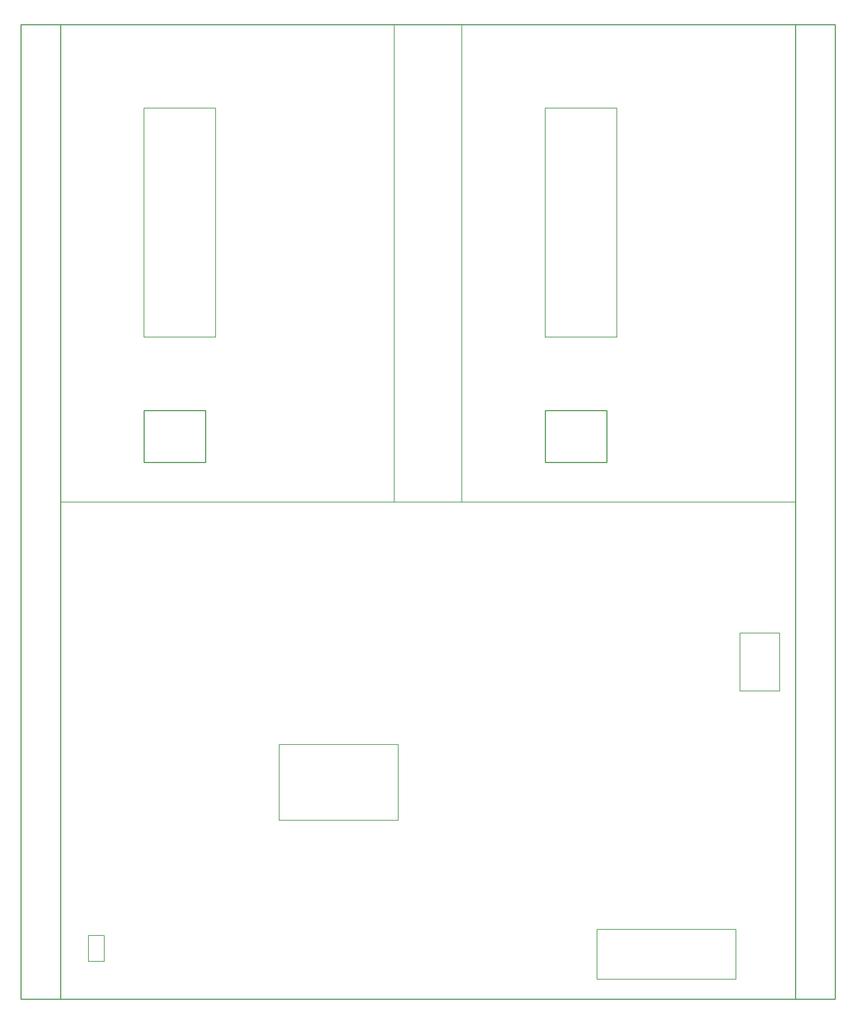
<source format=gm1>
G04 Layer_Color=39372*
%FSLAX44Y44*%
%MOMM*%
G71*
G01*
G75*
%ADD11C,0.2500*%
%ADD17C,0.2000*%
D11*
X-100000Y0D02*
X1950000D01*
Y2450000D01*
X-100000D01*
Y0D01*
X0D02*
Y2450000D01*
X1850000D01*
Y0D01*
X0D01*
X1375000Y1350000D02*
X1220000D01*
Y1480000D01*
X1375000D01*
Y1350000D01*
X365000Y1480000D02*
X210000D01*
Y1350000D01*
X365000D01*
Y1480000D01*
D17*
X0Y0D02*
X100000D01*
X1850000D01*
Y1150000D01*
Y1250000D01*
X1750000D01*
X0D01*
Y100000D01*
Y0D01*
X70000Y95000D02*
Y160000D01*
X110000D01*
Y95000D01*
X70000D01*
X550000Y450000D02*
X850000D01*
Y640000D01*
X550000D01*
Y450000D01*
X1350000Y50000D02*
Y150000D01*
Y175000D01*
X1700000D01*
Y50000D01*
X1350000D01*
X1810000Y775000D02*
Y920000D01*
X1710000D01*
Y775000D01*
X1750000D01*
X1810000D01*
X1850000Y1250000D02*
Y2450000D01*
X1010000D01*
Y1250000D01*
X1850000D01*
X1400000Y1665000D02*
Y2240000D01*
X1220000D01*
Y1665000D01*
X1400000D01*
X840000Y1250000D02*
Y2450000D01*
X0D01*
Y1250000D01*
X840000D01*
X390000Y1665000D02*
Y2240000D01*
X210000D01*
Y1665000D01*
X390000D01*
M02*

</source>
